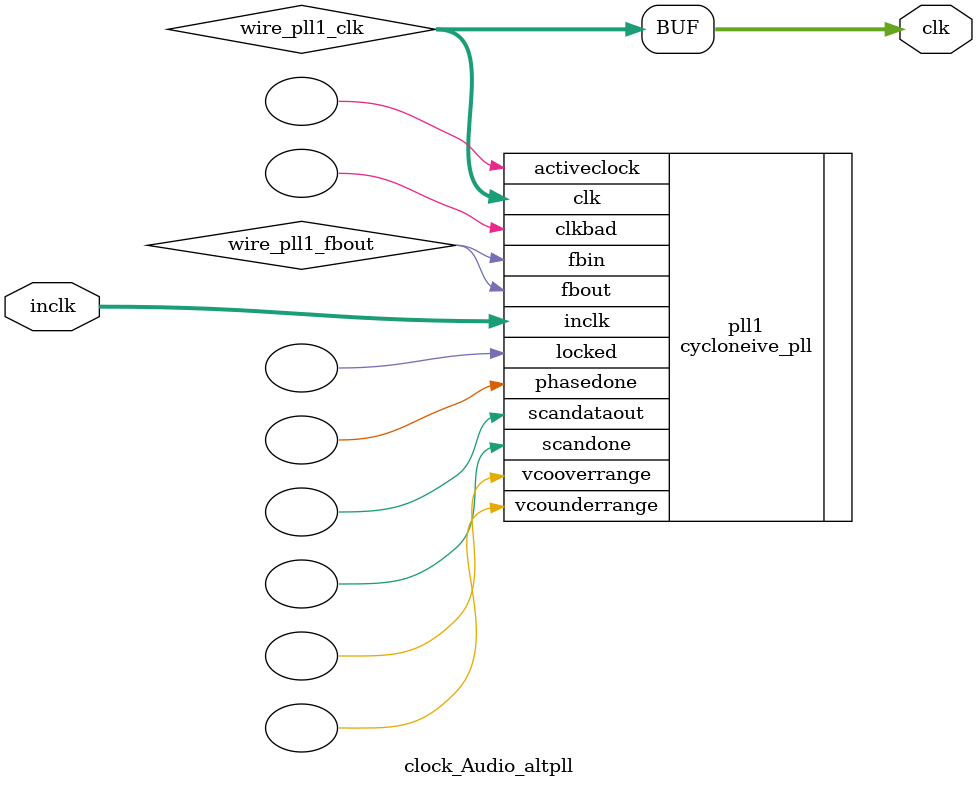
<source format=v>






//synthesis_resources = cycloneive_pll 1 
//synopsys translate_off
`timescale 1 ps / 1 ps
//synopsys translate_on
module  clock_Audio_altpll
	( 
	clk,
	inclk) /* synthesis synthesis_clearbox=1 */;
	output   [4:0]  clk;
	input   [1:0]  inclk;
`ifndef ALTERA_RESERVED_QIS
// synopsys translate_off
`endif
	tri0   [1:0]  inclk;
`ifndef ALTERA_RESERVED_QIS
// synopsys translate_on
`endif

	wire  [4:0]   wire_pll1_clk;
	wire  wire_pll1_fbout;

	cycloneive_pll   pll1
	( 
	.activeclock(),
	.clk(wire_pll1_clk),
	.clkbad(),
	.fbin(wire_pll1_fbout),
	.fbout(wire_pll1_fbout),
	.inclk(inclk),
	.locked(),
	.phasedone(),
	.scandataout(),
	.scandone(),
	.vcooverrange(),
	.vcounderrange()
	`ifndef FORMAL_VERIFICATION
	// synopsys translate_off
	`endif
	,
	.areset(1'b0),
	.clkswitch(1'b0),
	.configupdate(1'b0),
	.pfdena(1'b1),
	.phasecounterselect({3{1'b0}}),
	.phasestep(1'b0),
	.phaseupdown(1'b0),
	.scanclk(1'b0),
	.scanclkena(1'b1),
	.scandata(1'b0)
	`ifndef FORMAL_VERIFICATION
	// synopsys translate_on
	`endif
	);
	defparam
		pll1.bandwidth_type = "auto",
		pll1.clk0_divide_by = 25,
		pll1.clk0_duty_cycle = 50,
		pll1.clk0_multiply_by = 6,
		pll1.clk0_phase_shift = "0",
		pll1.clk1_divide_by = 2500,
		pll1.clk1_duty_cycle = 50,
		pll1.clk1_multiply_by = 1,
		pll1.clk1_phase_shift = "0",
		pll1.compensate_clock = "clk0",
		pll1.inclk0_input_frequency = 20000,
		pll1.operation_mode = "normal",
		pll1.pll_type = "auto",
		pll1.lpm_type = "cycloneive_pll";
	assign
		clk = {wire_pll1_clk[4:0]};
endmodule //clock_Audio_altpll
//VALID FILE

</source>
